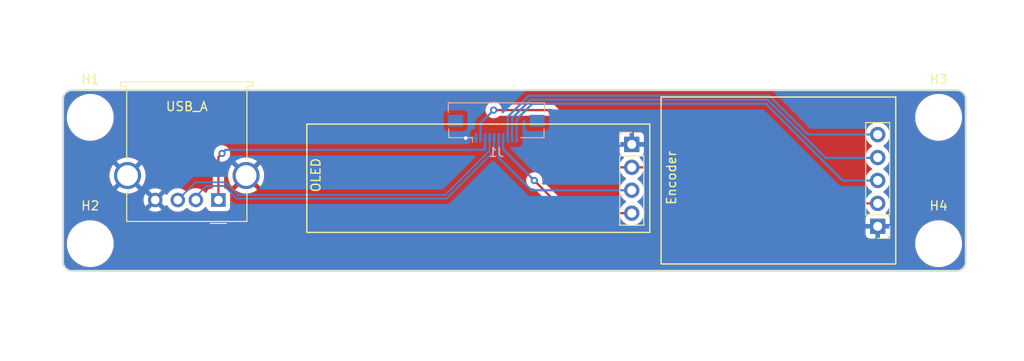
<source format=kicad_pcb>
(kicad_pcb (version 20221018) (generator pcbnew)
  (layers (0 "F.Cu" signal) (31 "B.Cu" signal) (34 "B.Paste" user) (35 "F.Paste" user) (36 "B.SilkS" user "B.Silkscreen") (37 "F.SilkS" user "F.Silkscreen") (38 "B.Mask" user) (39 "F.Mask" user) (44 "Edge.Cuts" user))
  (net 0 "")
  (net 1 "/GND")
  (net 2 "/VCC")
  (net 3 "/USB_VIN")
  (net 4 "/USB_D+")
  (net 5 "/USB_D-")
  (net 6 "/OLED_SCK")
  (net 7 "/OLED_SDA")
  (net 8 "/ROT_CLK")
  (net 9 "/ROT_DT")
  (net 10 "/ROT_SW")
  (footprint "Connector_USB:USB_A_Molex_67643_Horizontal" (layer "F.Cu") (at 64.2 52.16 180)
    (fp_text reference "J2" hide)
    (fp_text value "USB_A" (at 3.5 10.36) (layer "F.SilkS"))
    (fp_line (start -3.81 12.58) (end -3.81 13.1) (stroke (width 0.12)) (layer "F.SilkS"))
    (fp_line (start -3.81 13.1) (end 10.81 13.1) (stroke (width 0.12)) (layer "F.SilkS"))
    (fp_line (start -3.16 -2.38) (end -3.16 0.95) (stroke (width 0.12)) (layer "F.SilkS"))
    (fp_line (start -3.16 -2.38) (end 10.16 -2.38) (stroke (width 0.12)) (layer "F.SilkS"))
    (fp_line (start -3.16 12.58) (end -3.81 12.58) (stroke (width 0.12)) (layer "F.SilkS"))
    (fp_line (start -3.16 12.58) (end -3.16 4.47) (stroke (width 0.12)) (layer "F.SilkS"))
    (fp_line (start -0.9 -2.6) (end 0.9 -2.6) (stroke (width 0.12)) (layer "F.SilkS"))
    (fp_line (start 10.16 -2.38) (end 10.16 0.95) (stroke (width 0.12)) (layer "F.SilkS"))
    (fp_line (start 10.16 4.47) (end 10.16 12.58) (stroke (width 0.12)) (layer "F.SilkS"))
    (fp_line (start 10.81 12.58) (end 10.16 12.58) (stroke (width 0.12)) (layer "F.SilkS"))
    (fp_line (start 10.81 13.1) (end 10.81 12.58) (stroke (width 0.12)) (layer "F.SilkS"))
    (pad "1" thru_hole rect (at 0 0 180) (size 1.6 1.5) (drill 0.95) (layers "*.Cu" "*.Mask") (net 3 "/USB_VIN"))
    (pad "2" thru_hole circle (at 2.5 0 180) (size 1.6 1.6) (drill 0.95) (layers "*.Cu" "*.Mask") (net 5 "/USB_D-"))
    (pad "3" thru_hole circle (at 4.5 0 180) (size 1.6 1.6) (drill 0.95) (layers "*.Cu" "*.Mask") (net 4 "/USB_D+"))
    (pad "4" thru_hole circle (at 7 0 180) (size 1.6 1.6) (drill 0.95) (layers "*.Cu" "*.Mask") (net 1 "/GND"))
    (pad "5" thru_hole circle (at -3.07 2.71 180) (size 3 3) (drill 2.3) (layers "*.Cu" "*.Mask") (net 1 "/GND"))
    (pad "5" thru_hole circle (at 10.07 2.71 180) (size 3 3) (drill 2.3) (layers "*.Cu" "*.Mask") (net 1 "/GND"))
  )
  (footprint "Connector_PinHeader_2.54mm:PinHeader_1x05_P2.54mm_Vertical" (layer "F.Cu") (at 137.25 55.075 180)
    (fp_text reference "J4")
    (fp_text value "Encoder" (at 22.85 5.375 90) (layer "F.SilkS"))
    (fp_line (start -1.33 -1.33) (end 0 -1.33) (stroke (width 0.12)) (layer "F.SilkS"))
    (fp_line (start -1.33 0) (end -1.33 -1.33) (stroke (width 0.12)) (layer "F.SilkS"))
    (fp_line (start -1.33 1.27) (end -1.33 11.49) (stroke (width 0.12)) (layer "F.SilkS"))
    (fp_line (start -1.33 1.27) (end 1.33 1.27) (stroke (width 0.12)) (layer "F.SilkS"))
    (fp_line (start -1.33 11.49) (end 1.33 11.49) (stroke (width 0.12)) (layer "F.SilkS"))
    (fp_line (start 1.33 1.27) (end 1.33 11.49) (stroke (width 0.12)) (layer "F.SilkS"))
    (pad "1" thru_hole rect (at 0 0 180) (size 1.7 1.7) (drill 1) (layers "*.Cu" "*.Mask") (net 1 "/GND"))
    (pad "2" thru_hole oval (at 0 2.54 180) (size 1.7 1.7) (drill 1) (layers "*.Cu" "*.Mask") (net 2 "/VCC"))
    (pad "3" thru_hole oval (at 0 5.08 180) (size 1.7 1.7) (drill 1) (layers "*.Cu" "*.Mask") (net 10 "/ROT_SW"))
    (pad "4" thru_hole oval (at 0 7.62 180) (size 1.7 1.7) (drill 1) (layers "*.Cu" "*.Mask") (net 9 "/ROT_DT"))
    (pad "5" thru_hole oval (at 0 10.16 180) (size 1.7 1.7) (drill 1) (layers "*.Cu" "*.Mask") (net 8 "/ROT_CLK"))
  )
  (footprint "MountingHole:MountingHole_3.2mm_M3" (layer "F.Cu") (at 50 43)
    (fp_text reference "H1" (at 0 -4.2) (layer "F.SilkS"))
    (fp_text value "MountingHole_3.2mm_M3")
    (pad "" np_thru_hole circle (at 0 0) (size 3.2 3.2) (drill 3.2) (layers "*.Cu" "*.Mask"))
  )
  (footprint "MountingHole:MountingHole_3.2mm_M3" (layer "F.Cu") (at 144 57)
    (fp_text reference "H4" (at 0 -4.2) (layer "F.SilkS"))
    (fp_text value "MountingHole_3.2mm_M3")
    (pad "" np_thru_hole circle (at 0 0) (size 3.2 3.2) (drill 3.2) (layers "F&B.Cu" "*.Mask"))
  )
  (footprint "Connector_PinHeader_2.54mm:PinHeader_1x04_P2.54mm_Vertical" (layer "F.Cu") (at 110 46)
    (fp_text reference "J3")
    (fp_text value "OLED" (at -35 3.4 90) (layer "F.SilkS"))
    (fp_line (start -1.33 -1.33) (end 0 -1.33) (stroke (width 0.12)) (layer "F.SilkS"))
    (fp_line (start -1.33 0) (end -1.33 -1.33) (stroke (width 0.12)) (layer "F.SilkS"))
    (fp_line (start -1.33 1.27) (end -1.33 8.95) (stroke (width 0.12)) (layer "F.SilkS"))
    (fp_line (start -1.33 1.27) (end 1.33 1.27) (stroke (width 0.12)) (layer "F.SilkS"))
    (fp_line (start -1.33 8.95) (end 1.33 8.95) (stroke (width 0.12)) (layer "F.SilkS"))
    (fp_line (start 1.33 1.27) (end 1.33 8.95) (stroke (width 0.12)) (layer "F.SilkS"))
    (pad "1" thru_hole rect (at 0 0) (size 1.7 1.7) (drill 1) (layers "*.Cu" "*.Mask") (net 1 "/GND"))
    (pad "2" thru_hole oval (at 0 2.54) (size 1.7 1.7) (drill 1) (layers "*.Cu" "*.Mask") (net 2 "/VCC"))
    (pad "3" thru_hole oval (at 0 5.08) (size 1.7 1.7) (drill 1) (layers "*.Cu" "*.Mask") (net 6 "/OLED_SCK"))
    (pad "4" thru_hole oval (at 0 7.62) (size 1.7 1.7) (drill 1) (layers "*.Cu" "*.Mask") (net 7 "/OLED_SDA"))
  )
  (footprint "MountingHole:MountingHole_3.2mm_M3" (layer "F.Cu") (at 144 43)
    (fp_text reference "H3" (at 0 -4.2) (layer "F.SilkS"))
    (fp_text value "MountingHole_3.2mm_M3")
    (pad "" np_thru_hole circle (at 0 0) (size 3.2 3.2) (drill 3.2) (layers "*.Cu" "*.Mask"))
  )
  (footprint "MountingHole:MountingHole_3.2mm_M3" (layer "F.Cu") (at 50 57)
    (fp_text reference "H2" (at 0 -4.2) (layer "F.SilkS"))
    (fp_text value "MountingHole_3.2mm_M3")
    (pad "" np_thru_hole circle (at 0 0) (size 3.2 3.2) (drill 3.2) (layers "F&B.Cu" "*.Mask"))
  )
  (footprint "Connector_FFC-FPC:Molex_54548-1071_1x10-1MP_P0.5mm_Horizontal" (layer "B.Cu") (at 95 44.25)
    (fp_text reference "J1" (at 0 2.625) (layer "B.SilkS") (effects (justify mirror)))
    (fp_text value "FFC 10x1 0.5mm")
    (fp_line (start -5.33 -2.855) (end 5.33 -2.855) (stroke (width 0.12)) (layer "B.SilkS"))
    (fp_line (start -5.33 -1.785) (end -5.33 -2.855) (stroke (width 0.12)) (layer "B.SilkS"))
    (fp_line (start -5.28 1.005) (end -5.28 0.035) (stroke (width 0.12)) (layer "B.SilkS"))
    (fp_line (start -2.66 1.005) (end -5.28 1.005) (stroke (width 0.12)) (layer "B.SilkS"))
    (fp_line (start -2.66 1.525) (end -2.66 1.005) (stroke (width 0.12)) (layer "B.SilkS"))
    (fp_line (start 5.28 0.035) (end 5.28 1.005) (stroke (width 0.12)) (layer "B.SilkS"))
    (fp_line (start 5.28 1.005) (end 2.66 1.005) (stroke (width 0.12)) (layer "B.SilkS"))
    (fp_line (start 5.33 -2.855) (end 5.33 -1.785) (stroke (width 0.12)) (layer "B.SilkS"))
    (pad "1" smd rect (at -2.25 1.025) (size 0.3 1) (layers "B.Cu" "B.Paste" "B.Mask") (net 1 "/GND"))
    (pad "2" smd rect (at -1.75 1.025) (size 0.3 1) (layers "B.Cu" "B.Paste" "B.Mask") (net 2 "/VCC"))
    (pad "3" smd rect (at -1.25 1.025) (size 0.3 1) (layers "B.Cu" "B.Paste" "B.Mask") (net 3 "/USB_VIN"))
    (pad "4" smd rect (at -0.75 1.025) (size 0.3 1) (layers "B.Cu" "B.Paste" "B.Mask") (net 4 "/USB_D+"))
    (pad "5" smd rect (at -0.25 1.025) (size 0.3 1) (layers "B.Cu" "B.Paste" "B.Mask") (net 5 "/USB_D-"))
    (pad "6" smd rect (at 0.25 1.025) (size 0.3 1) (layers "B.Cu" "B.Paste" "B.Mask") (net 6 "/OLED_SCK"))
    (pad "7" smd rect (at 0.75 1.025) (size 0.3 1) (layers "B.Cu" "B.Paste" "B.Mask") (net 7 "/OLED_SDA"))
    (pad "8" smd rect (at 1.25 1.025) (size 0.3 1) (layers "B.Cu" "B.Paste" "B.Mask") (net 8 "/ROT_CLK"))
    (pad "9" smd rect (at 1.75 1.025) (size 0.3 1) (layers "B.Cu" "B.Paste" "B.Mask") (net 9 "/ROT_DT"))
    (pad "10" smd rect (at 2.25 1.025) (size 0.3 1) (layers "B.Cu" "B.Paste" "B.Mask") (net 10 "/ROT_SW"))
    (pad "MP" smd rect (at -4.525 -0.875) (size 1.65 1.3) (layers "B.Cu" "B.Paste" "B.Mask"))
    (pad "MP" smd rect (at 4.525 -0.875) (size 1.65 1.3) (layers "B.Cu" "B.Paste" "B.Mask"))
  )
  (gr_rect (start 74 43.75) (end 112 55.75) (stroke (width 0.15)) (fill none) (layer "F.SilkS"))
  (gr_rect (start 113.25 40.75) (end 139.25 59.25) (stroke (width 0.15)) (fill none) (layer "F.SilkS"))
  (gr_line (start 47 59) (end 47 41) (stroke (width 0.2)) (layer "Edge.Cuts"))
  (gr_line (start 147 41) (end 147 59) (stroke (width 0.2)) (layer "Edge.Cuts"))
  (gr_line (start 146 60) (end 48 60) (stroke (width 0.2)) (layer "Edge.Cuts"))
  (gr_arc (start 47 41) (mid 47.292893 40.292893) (end 48 40) (stroke (width 0.2)) (layer "Edge.Cuts"))
  (gr_arc (start 48 60) (mid 47.292893 59.707107) (end 47 59) (stroke (width 0.2)) (layer "Edge.Cuts"))
  (gr_line (start 48 40) (end 146 40) (stroke (width 0.2)) (layer "Edge.Cuts"))
  (gr_arc (start 146 40) (mid 146.707107 40.292893) (end 147 41) (stroke (width 0.2)) (layer "Edge.Cuts"))
  (gr_arc (start 147 59) (mid 146.707107 59.707107) (end 146 60) (stroke (width 0.2)) (layer "Edge.Cuts"))
  (via (at 91.6 45.3) (size 0.8) (drill 0.4) (layers "F.Cu" "B.Cu") (net 1))
  (segment (start 91.625 45.275) (end 91.6 45.3) (width 0.25) (layer "B.Cu") (net 1))
  (segment (start 92.75 45.275) (end 91.625 45.275) (width 0.25) (layer "B.Cu") (net 1))
  (segment (start 128.94 48.54) (end 132.935 52.535) (width 0.25) (layer "F.Cu") (net 2))
  (segment (start 110 48.54) (end 128.94 48.54) (width 0.25) (layer "F.Cu") (net 2))
  (segment (start 101.1 42.2) (end 107.44 48.54) (width 0.25) (layer "F.Cu") (net 2))
  (segment (start 94.7 42.2) (end 101.1 42.2) (width 0.25) (layer "F.Cu") (net 2))
  (segment (start 132.935 52.535) (end 137.25 52.535) (width 0.25) (layer "F.Cu") (net 2))
  (segment (start 107.44 48.54) (end 110 48.54) (width 0.25) (layer "F.Cu") (net 2))
  (via (at 94.7 42.2) (size 0.8) (drill 0.4) (layers "F.Cu" "B.Cu") (net 2))
  (segment (start 93.25 45.275) (end 93.25 43.65) (width 0.25) (layer "B.Cu") (net 2))
  (segment (start 93.25 43.65) (end 94.7 42.2) (width 0.25) (layer "B.Cu") (net 2))
  (segment (start 64.2 47.4) (end 64.2 52.16) (width 0.25) (layer "F.Cu") (net 3))
  (segment (start 64.6 47) (end 64.2 47.4) (width 0.25) (layer "F.Cu") (net 3))
  (via (at 64.6 47) (size 0.8) (drill 0.4) (layers "F.Cu" "B.Cu") (net 3))
  (segment (start 64.6 47) (end 65 46.6) (width 0.25) (layer "B.Cu") (net 3))
  (segment (start 93.75 46.583274) (end 93.75 45.275) (width 0.25) (layer "B.Cu") (net 3))
  (segment (start 65 46.6) (end 93.733274 46.6) (width 0.25) (layer "B.Cu") (net 3))
  (segment (start 93.733274 46.6) (end 93.75 46.583274) (width 0.25) (layer "B.Cu") (net 3))
  (segment (start 61.66 50.2) (end 65 50.2) (width 0.2) (layer "B.Cu") (net 4))
  (segment (start 59.7 52.16) (end 61.66 50.2) (width 0.2) (layer "B.Cu") (net 4))
  (segment (start 89.334314 51.6) (end 94.25 46.684314) (width 0.2) (layer "B.Cu") (net 4))
  (segment (start 66.4 51.6) (end 89.334314 51.6) (width 0.2) (layer "B.Cu") (net 4))
  (segment (start 65 50.2) (end 66.4 51.6) (width 0.2) (layer "B.Cu") (net 4))
  (segment (start 94.25 46.684314) (end 94.25 45.275) (width 0.2) (layer "B.Cu") (net 4))
  (segment (start 89.5 52) (end 94.75 46.75) (width 0.2) (layer "B.Cu") (net 5))
  (segment (start 94.75 46.75) (end 94.75 45.275) (width 0.2) (layer "B.Cu") (net 5))
  (segment (start 61.7 51.78) (end 62.88 50.6) (width 0.2) (layer "B.Cu") (net 5))
  (segment (start 61.7 52.16) (end 61.7 51.78) (width 0.2) (layer "B.Cu") (net 5))
  (segment (start 62.88 50.6) (end 64.834315 50.6) (width 0.2) (layer "B.Cu") (net 5))
  (segment (start 66.234315 52) (end 89.5 52) (width 0.2) (layer "B.Cu") (net 5))
  (segment (start 64.834315 50.6) (end 66.234315 52) (width 0.2) (layer "B.Cu") (net 5))
  (segment (start 95.25 45.275) (end 95.25 47.45) (width 0.25) (layer "B.Cu") (net 6))
  (segment (start 98.88 51.08) (end 110 51.08) (width 0.25) (layer "B.Cu") (net 6))
  (segment (start 95.25 47.45) (end 98.88 51.08) (width 0.25) (layer "B.Cu") (net 6))
  (segment (start 99.2 50) (end 102.82 53.62) (width 0.25) (layer "F.Cu") (net 7))
  (segment (start 102.82 53.62) (end 110 53.62) (width 0.25) (layer "F.Cu") (net 7))
  (via (at 99.2 50) (size 0.8) (drill 0.4) (layers "F.Cu" "B.Cu") (net 7))
  (segment (start 95.75 46.55) (end 95.75 45.275) (width 0.25) (layer "B.Cu") (net 7))
  (segment (start 99.2 50) (end 95.75 46.55) (width 0.25) (layer "B.Cu") (net 7))
  (segment (start 98.6 40.6) (end 125.236396 40.6) (width 0.25) (layer "B.Cu") (net 8))
  (segment (start 129.536396 44.9) (end 136.77 44.9) (width 0.25) (layer "B.Cu") (net 8))
  (segment (start 96.25 45.275) (end 96.25 42.95) (width 0.25) (layer "B.Cu") (net 8))
  (segment (start 125.236396 40.6) (end 129.536396 44.9) (width 0.25) (layer "B.Cu") (net 8))
  (segment (start 96.25 42.95) (end 98.6 40.6) (width 0.25) (layer "B.Cu") (net 8))
  (segment (start 136.77 44.9) (end 136.785 44.915) (width 0.25) (layer "B.Cu") (net 8))
  (segment (start 136.785 44.915) (end 137.25 44.915) (width 0.25) (layer "B.Cu") (net 8))
  (segment (start 96.75 43.086396) (end 98.786396 41.05) (width 0.25) (layer "B.Cu") (net 9))
  (segment (start 125.05 41.05) (end 131.5 47.5) (width 0.25) (layer "B.Cu") (net 9))
  (segment (start 131.5 47.5) (end 137.205 47.5) (width 0.25) (layer "B.Cu") (net 9))
  (segment (start 96.75 45.275) (end 96.75 43.086396) (width 0.25) (layer "B.Cu") (net 9))
  (segment (start 98.786396 41.05) (end 125.05 41.05) (width 0.25) (layer "B.Cu") (net 9))
  (segment (start 137.205 47.5) (end 137.25 47.455) (width 0.25) (layer "B.Cu") (net 9))
  (segment (start 137.245 50) (end 133.363604 50) (width 0.25) (layer "B.Cu") (net 10))
  (segment (start 124.863604 41.5) (end 98.972792 41.5) (width 0.25) (layer "B.Cu") (net 10))
  (segment (start 137.25 49.995) (end 137.245 50) (width 0.25) (layer "B.Cu") (net 10))
  (segment (start 97.25 43.222792) (end 97.25 45.275) (width 0.25) (layer "B.Cu") (net 10))
  (segment (start 133.363604 50) (end 124.863604 41.5) (width 0.25) (layer "B.Cu") (net 10))
  (segment (start 98.972792 41.5) (end 97.25 43.222792) (width 0.25) (layer "B.Cu") (net 10))
  (zone (net 1) (net_name "/GND") (layers "F&B.Cu") (connect_pads (clearance 0.5)) (min_thickness 0.25) (fill yes (thermal_gap 0.5) (thermal_bridge_width 0.5))
    (polygon (pts (xy 40 30) (xy 150 30) (xy 150 70) (xy 40 70)))
  )
)
</source>
